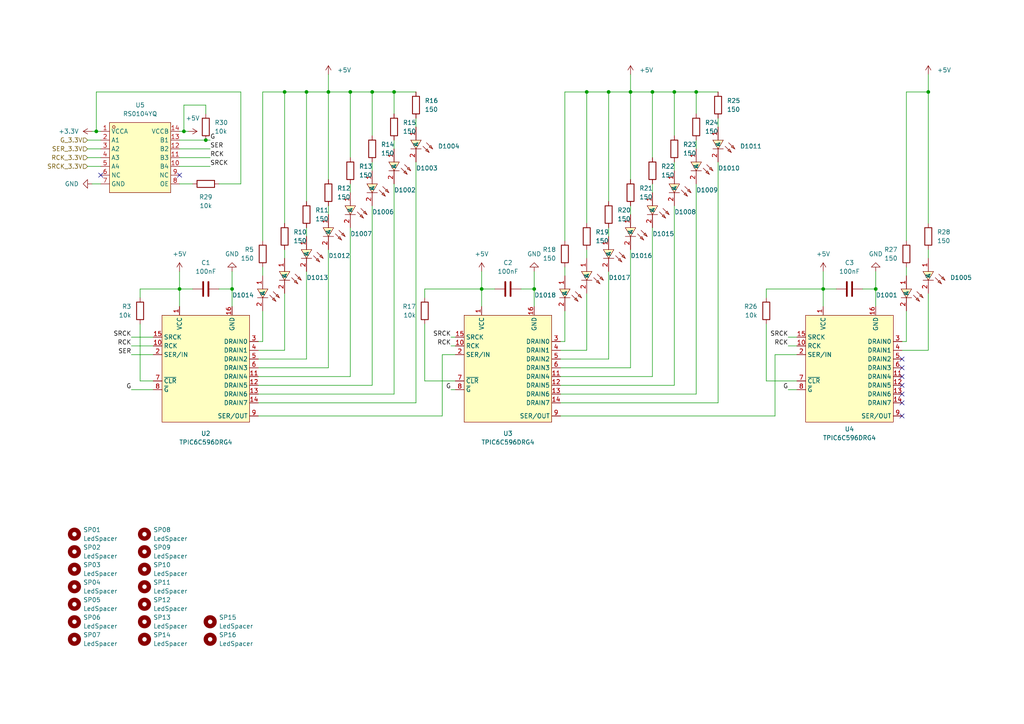
<source format=kicad_sch>
(kicad_sch (version 20211123) (generator eeschema)
  (paper "A4")
  (title_block (title "LED-Matrix") (date "2022-01-17") (rev "0.0") (company "x-tech UG"))
  (lib_symbols
    (symbol "Device:C" (pin_numbers hide) (pin_names (offset 0.254))
      (property "Reference" "C" (at 0.635 2.54 0))
      (property "Value" "C" (at 0.635 -2.54 0))
      (symbol "C_0_1"
        (polyline (pts (xy -2.032 -0.762) (xy 2.032 -0.762)) (stroke (width 0.508)))
        (polyline (pts (xy -2.032 0.762) (xy 2.032 0.762)) (stroke (width 0.508)))
      )
      (symbol "C_1_1"
        (pin passive line (at 0 3.81 270) (length 2.794) (name "~") (number "1"))
        (pin passive line (at 0 -3.81 90) (length 2.794) (name "~") (number "2"))
      )
    )
    (symbol "Device:R" (pin_numbers hide) (pin_names (offset 0))
      (property "Reference" "R" (at 2.032 0 90))
      (property "Value" "R" (at 0 0 90))
      (symbol "R_0_1"
        (rectangle (start -1.016 -2.54) (end 1.016 2.54) (stroke (width 0.254)))
      )
      (symbol "R_1_1"
        (pin passive line (at 0 3.81 270) (length 1.27) (name "~") (number "1"))
        (pin passive line (at 0 -3.81 90) (length 1.27) (name "~") (number "2"))
      )
    )
    (symbol "Mechanical:MountingHole" (pin_names (offset 1.016))
      (property "Reference" "H" (at 0 5.08 0))
      (property "Value" "MountingHole" (at 0 3.175 0))
      (symbol "MountingHole_0_1"
        (circle (center 0 0) (radius 1.27) (stroke (width 1.27)))
      )
    )
    (symbol "lcsc:204-10SURD_S530-A3-L"
      (property "Reference" "LED" (at 0 5.08 0))
      (property "Value" "204-10SURD/S530-A3-L" (at 0 -5.08 0))
      (symbol "204-10SURD_S530-A3-L_0_1"
        (polyline (pts (xy -0.51 3.05) (xy 1.27 4.83)))
        (polyline (pts (xy 0.51 2.03) (xy 2.29 3.81)))
        (polyline (pts (xy 1.27 1.52) (xy 1.27 -1.52)))
        (polyline (pts (xy -1.27 -1.52) (xy 1.27 0) (xy -1.27 1.52) (xy -1.27 -1.52)) (fill (type background)))
        (polyline (pts (xy 1.27 4.83) (xy 0.25 4.32) (xy 0.76 3.81) (xy 1.27 4.83)) (fill (type background)))
        (polyline (pts (xy 2.29 3.81) (xy 1.27 3.3) (xy 1.78 2.79) (xy 2.29 3.81)) (fill (type background)))
        (pin input line (at -5.08 0 0) (length 3.81) (name "A") (number "1"))
        (pin input line (at 5.08 0 180) (length 3.81) (name "K") (number "2"))
      )
    )
    (symbol "lcsc:RS0104YQ"
      (property "Reference" "U" (at 0 12.7 0))
      (property "Value" "RS0104YQ" (at 0 -12.7 0))
      (symbol "RS0104YQ_0_1"
        (rectangle (start -8.89 10.16) (end 8.89 -10.16) (fill (type background)))
        (circle (center -7.62 8.89) (radius 0.38))
        (pin unspecified line (at -11.43 7.62 0) (length 2.54) (name "VCCA") (number "1"))
        (pin unspecified line (at 11.43 -2.54 180) (length 2.54) (name "B4") (number "10"))
        (pin unspecified line (at 11.43 0 180) (length 2.54) (name "B3") (number "11"))
        (pin unspecified line (at 11.43 2.54 180) (length 2.54) (name "B2") (number "12"))
        (pin unspecified line (at 11.43 5.08 180) (length 2.54) (name "B1") (number "13"))
        (pin unspecified line (at 11.43 7.62 180) (length 2.54) (name "VCCB") (number "14"))
        (pin unspecified line (at -11.43 5.08 0) (length 2.54) (name "A1") (number "2"))
        (pin unspecified line (at -11.43 2.54 0) (length 2.54) (name "A2") (number "3"))
        (pin unspecified line (at -11.43 0 0) (length 2.54) (name "A3") (number "4"))
        (pin unspecified line (at -11.43 -2.54 0) (length 2.54) (name "A4") (number "5"))
        (pin unspecified line (at -11.43 -5.08 0) (length 2.54) (name "NC") (number "6"))
        (pin unspecified line (at -11.43 -7.62 0) (length 2.54) (name "GND") (number "7"))
        (pin unspecified line (at 11.43 -7.62 180) (length 2.54) (name "OE") (number "8"))
        (pin unspecified line (at 11.43 -5.08 180) (length 2.54) (name "NC") (number "9"))
      )
    )
    (symbol "lcsc:TPIC6C596DRG4"
      (property "Reference" "U" (at -1.27 16.51 0))
      (property "Value" "TPIC6C596DRG4" (at 0 -17.78 0))
      (symbol "TPIC6C596DRG4_0_1"
        (rectangle (start -12.7 15.24) (end 12.7 -15.75) (fill (type background)))
        (pin power_in line (at -7.62 17.78 270) (length 2.54) (name "VCC") (number "1"))
        (pin unspecified line (at -15.24 6.35 0) (length 2.54) (name "RCK") (number "10"))
        (pin unspecified line (at 15.24 -2.54 180) (length 2.54) (name "DRAIN4") (number "11"))
        (pin unspecified line (at 15.24 -5.08 180) (length 2.54) (name "DRAIN5") (number "12"))
        (pin unspecified line (at 15.24 -7.62 180) (length 2.54) (name "DRAIN6") (number "13"))
        (pin unspecified line (at 15.24 -10.16 180) (length 2.54) (name "DRAIN7") (number "14"))
        (pin unspecified line (at -15.24 8.89 0) (length 2.54) (name "SRCK") (number "15"))
        (pin unspecified line (at 7.62 17.78 270) (length 2.54) (name "GND") (number "16"))
        (pin unspecified line (at -15.24 3.81 0) (length 2.54) (name "SER/IN") (number "2"))
        (pin unspecified line (at 15.24 7.62 180) (length 2.54) (name "DRAIN0") (number "3"))
        (pin unspecified line (at 15.24 5.08 180) (length 2.54) (name "DRAIN1") (number "4"))
        (pin unspecified line (at 15.24 2.54 180) (length 2.54) (name "DRAIN2") (number "5"))
        (pin unspecified line (at 15.24 0 180) (length 2.54) (name "DRAIN3") (number "6"))
        (pin unspecified line (at -15.24 -3.81 0) (length 2.54) (name "~{CLR}") (number "7"))
        (pin unspecified line (at -15.24 -6.35 0) (length 2.54) (name "~{G}") (number "8"))
        (pin unspecified line (at 15.24 -13.97 180) (length 2.54) (name "SER/OUT") (number "9"))
      )
    )
    (symbol "power:+3.3V" (power) (pin_names (offset 0))
      (property "Value" "+3.3V" (at 0 3.556 0))
      (symbol "+3.3V_0_1"
        (polyline (pts (xy -0.762 1.27) (xy 0 2.54)))
        (polyline (pts (xy 0 0) (xy 0 2.54)))
        (polyline (pts (xy 0 2.54) (xy 0.762 1.27)))
      )
      (symbol "+3.3V_1_1"
        (pin power_in line (at 0 0 90) (length 0) hide (name "+3.3V") (number "1"))
      )
    )
    (symbol "power:+5V" (power) (pin_names (offset 0))
      (property "Value" "+5V" (at 0 3.556 0))
      (symbol "+5V_0_1"
        (polyline (pts (xy -0.762 1.27) (xy 0 2.54)))
        (polyline (pts (xy 0 0) (xy 0 2.54)))
        (polyline (pts (xy 0 2.54) (xy 0.762 1.27)))
      )
      (symbol "+5V_1_1"
        (pin power_in line (at 0 0 90) (length 0) hide (name "+5V") (number "1"))
      )
    )
    (symbol "power:GND" (power) (pin_names (offset 0))
      (property "Value" "GND" (at 0 -3.81 0))
      (symbol "GND_0_1"
        (polyline (pts (xy 0 0) (xy 0 -1.27) (xy 1.27 -1.27) (xy 0 -2.54) (xy -1.27 -1.27) (xy 0 -1.27)))
      )
      (symbol "GND_1_1"
        (pin power_in line (at 0 0 270) (length 0) hide (name "GND") (number "1"))
      )
    )
  )
  (junction (at 170.18 26.67))
  (junction (at 53.34 38.1))
  (junction (at 154.94 83.82))
  (junction (at 238.76 83.82))
  (junction (at 95.25 26.67))
  (junction (at 269.24 26.67))
  (junction (at 189.23 26.67))
  (junction (at 114.3 26.67))
  (junction (at 101.6 26.67))
  (junction (at 176.53 26.67))
  (junction (at 59.69 40.64))
  (junction (at 201.93 26.67))
  (junction (at 182.88 26.67))
  (junction (at 82.55 26.67))
  (junction (at 139.7 83.82))
  (junction (at 88.9 26.67))
  (junction (at 27.94 38.1))
  (junction (at 195.58 26.67))
  (junction (at 67.31 83.82))
  (junction (at 254 83.82))
  (junction (at 52.07 83.82))
  (junction (at 107.95 26.67))
  (no_connect (at 261.62 106.68))
  (no_connect (at 29.21 50.8))
  (no_connect (at 261.62 114.3))
  (no_connect (at 261.62 109.22))
  (no_connect (at 52.07 50.8))
  (no_connect (at 261.62 120.65))
  (no_connect (at 261.62 104.14))
  (no_connect (at 261.62 116.84))
  (no_connect (at 261.62 111.76))
  (wire (pts (xy 262.89 90.17) (xy 262.89 99.06)))
  (wire (pts (xy 82.55 26.67) (xy 76.2 26.67)))
  (wire (pts (xy 107.95 26.67) (xy 107.95 39.37)))
  (wire (pts (xy 54.61 38.1) (xy 53.34 38.1)))
  (wire (pts (xy 38.1 113.03) (xy 44.45 113.03)))
  (wire (pts (xy 170.18 26.67) (xy 170.18 64.77)))
  (wire (pts (xy 88.9 26.67) (xy 88.9 58.42)))
  (wire (pts (xy 67.31 83.82) (xy 67.31 88.9)))
  (wire (pts (xy 95.25 21.59) (xy 95.25 26.67)))
  (wire (pts (xy 59.69 30.48) (xy 59.69 33.02)))
  (wire (pts (xy 82.55 101.6) (xy 74.93 101.6)))
  (wire (pts (xy 107.95 59.69) (xy 107.95 111.76)))
  (wire (pts (xy 176.53 26.67) (xy 170.18 26.67)))
  (wire (pts (xy 151.13 83.82) (xy 154.94 83.82)))
  (wire (pts (xy 27.94 38.1) (xy 29.21 38.1)))
  (wire (pts (xy 222.25 110.49) (xy 222.25 93.98)))
  (wire (pts (xy 222.25 110.49) (xy 231.14 110.49)))
  (wire (pts (xy 52.07 48.26) (xy 60.96 48.26)))
  (wire (pts (xy 26.67 53.34) (xy 29.21 53.34)))
  (wire (pts (xy 222.25 86.36) (xy 222.25 83.82)))
  (wire (pts (xy 163.83 99.06) (xy 162.56 99.06)))
  (wire (pts (xy 208.28 26.67) (xy 201.93 26.67)))
  (wire (pts (xy 139.7 83.82) (xy 143.51 83.82)))
  (wire (pts (xy 222.25 83.82) (xy 238.76 83.82)))
  (wire (pts (xy 123.19 83.82) (xy 139.7 83.82)))
  (wire (pts (xy 201.93 26.67) (xy 201.93 33.02)))
  (wire (pts (xy 170.18 85.09) (xy 170.18 101.6)))
  (wire (pts (xy 26.67 38.1) (xy 27.94 38.1)))
  (wire (pts (xy 107.95 26.67) (xy 101.6 26.67)))
  (wire (pts (xy 76.2 90.17) (xy 76.2 99.06)))
  (wire (pts (xy 262.89 26.67) (xy 262.89 69.85)))
  (wire (pts (xy 269.24 21.59) (xy 269.24 26.67)))
  (wire (pts (xy 182.88 26.67) (xy 176.53 26.67)))
  (wire (pts (xy 162.56 120.65) (xy 224.79 120.65)))
  (wire (pts (xy 76.2 26.67) (xy 76.2 69.85)))
  (wire (pts (xy 130.81 113.03) (xy 132.08 113.03)))
  (wire (pts (xy 182.88 72.39) (xy 182.88 106.68)))
  (wire (pts (xy 238.76 78.74) (xy 238.76 83.82)))
  (wire (pts (xy 189.23 66.04) (xy 189.23 109.22)))
  (wire (pts (xy 238.76 83.82) (xy 238.76 88.9)))
  (wire (pts (xy 130.81 97.79) (xy 132.08 97.79)))
  (wire (pts (xy 52.07 45.72) (xy 60.96 45.72)))
  (wire (pts (xy 69.85 53.34) (xy 69.85 26.67)))
  (wire (pts (xy 154.94 83.82) (xy 154.94 88.9)))
  (wire (pts (xy 224.79 120.65) (xy 224.79 102.87)))
  (wire (pts (xy 114.3 53.34) (xy 114.3 114.3)))
  (wire (pts (xy 120.65 26.67) (xy 114.3 26.67)))
  (wire (pts (xy 88.9 78.74) (xy 88.9 104.14)))
  (wire (pts (xy 208.28 46.99) (xy 208.28 116.84)))
  (wire (pts (xy 88.9 26.67) (xy 82.55 26.67)))
  (wire (pts (xy 88.9 104.14) (xy 74.93 104.14)))
  (wire (pts (xy 195.58 46.99) (xy 195.58 49.53)))
  (wire (pts (xy 52.07 83.82) (xy 55.88 83.82)))
  (wire (pts (xy 123.19 86.36) (xy 123.19 83.82)))
  (wire (pts (xy 195.58 111.76) (xy 162.56 111.76)))
  (wire (pts (xy 74.93 120.65) (xy 128.27 120.65)))
  (wire (pts (xy 201.93 40.64) (xy 201.93 43.18)))
  (wire (pts (xy 69.85 26.67) (xy 27.94 26.67)))
  (wire (pts (xy 139.7 83.82) (xy 139.7 88.9)))
  (wire (pts (xy 182.88 59.69) (xy 182.88 62.23)))
  (wire (pts (xy 38.1 100.33) (xy 44.45 100.33)))
  (wire (pts (xy 120.65 34.29) (xy 120.65 36.83)))
  (wire (pts (xy 269.24 101.6) (xy 261.62 101.6)))
  (wire (pts (xy 189.23 109.22) (xy 162.56 109.22)))
  (wire (pts (xy 25.4 48.26) (xy 29.21 48.26)))
  (wire (pts (xy 25.4 43.18) (xy 29.21 43.18)))
  (wire (pts (xy 176.53 104.14) (xy 162.56 104.14)))
  (wire (pts (xy 76.2 77.47) (xy 76.2 80.01)))
  (wire (pts (xy 107.95 111.76) (xy 74.93 111.76)))
  (wire (pts (xy 95.25 26.67) (xy 88.9 26.67)))
  (wire (pts (xy 101.6 53.34) (xy 101.6 55.88)))
  (wire (pts (xy 224.79 102.87) (xy 231.14 102.87)))
  (wire (pts (xy 59.69 40.64) (xy 60.96 40.64)))
  (wire (pts (xy 163.83 90.17) (xy 163.83 99.06)))
  (wire (pts (xy 123.19 110.49) (xy 123.19 93.98)))
  (wire (pts (xy 40.64 110.49) (xy 44.45 110.49)))
  (wire (pts (xy 101.6 26.67) (xy 95.25 26.67)))
  (wire (pts (xy 176.53 66.04) (xy 176.53 68.58)))
  (wire (pts (xy 189.23 26.67) (xy 182.88 26.67)))
  (wire (pts (xy 163.83 77.47) (xy 163.83 80.01)))
  (wire (pts (xy 189.23 53.34) (xy 189.23 55.88)))
  (wire (pts (xy 120.65 116.84) (xy 74.93 116.84)))
  (wire (pts (xy 170.18 101.6) (xy 162.56 101.6)))
  (wire (pts (xy 95.25 26.67) (xy 95.25 52.07)))
  (wire (pts (xy 208.28 34.29) (xy 208.28 36.83)))
  (wire (pts (xy 107.95 46.99) (xy 107.95 49.53)))
  (wire (pts (xy 114.3 26.67) (xy 114.3 33.02)))
  (wire (pts (xy 101.6 109.22) (xy 74.93 109.22)))
  (wire (pts (xy 228.6 100.33) (xy 231.14 100.33)))
  (wire (pts (xy 208.28 116.84) (xy 162.56 116.84)))
  (wire (pts (xy 76.2 99.06) (xy 74.93 99.06)))
  (wire (pts (xy 254 83.82) (xy 254 88.9)))
  (wire (pts (xy 53.34 30.48) (xy 53.34 38.1)))
  (wire (pts (xy 201.93 53.34) (xy 201.93 114.3)))
  (wire (pts (xy 27.94 26.67) (xy 27.94 38.1)))
  (wire (pts (xy 262.89 77.47) (xy 262.89 80.01)))
  (wire (pts (xy 238.76 83.82) (xy 242.57 83.82)))
  (wire (pts (xy 114.3 40.64) (xy 114.3 43.18)))
  (wire (pts (xy 52.07 40.64) (xy 59.69 40.64)))
  (wire (pts (xy 95.25 59.69) (xy 95.25 62.23)))
  (wire (pts (xy 114.3 114.3) (xy 74.93 114.3)))
  (wire (pts (xy 114.3 26.67) (xy 107.95 26.67)))
  (wire (pts (xy 170.18 26.67) (xy 163.83 26.67)))
  (wire (pts (xy 52.07 78.74) (xy 52.07 83.82)))
  (wire (pts (xy 52.07 83.82) (xy 52.07 88.9)))
  (wire (pts (xy 176.53 26.67) (xy 176.53 58.42)))
  (wire (pts (xy 95.25 72.39) (xy 95.25 106.68)))
  (wire (pts (xy 95.25 106.68) (xy 74.93 106.68)))
  (wire (pts (xy 40.64 83.82) (xy 52.07 83.82)))
  (wire (pts (xy 139.7 78.74) (xy 139.7 83.82)))
  (wire (pts (xy 269.24 85.09) (xy 269.24 101.6)))
  (wire (pts (xy 52.07 53.34) (xy 55.88 53.34)))
  (wire (pts (xy 195.58 26.67) (xy 195.58 39.37)))
  (wire (pts (xy 269.24 26.67) (xy 269.24 64.77)))
  (wire (pts (xy 40.64 110.49) (xy 40.64 93.98)))
  (wire (pts (xy 163.83 26.67) (xy 163.83 69.85)))
  (wire (pts (xy 59.69 30.48) (xy 53.34 30.48)))
  (wire (pts (xy 67.31 78.74) (xy 67.31 83.82)))
  (wire (pts (xy 25.4 45.72) (xy 29.21 45.72)))
  (wire (pts (xy 201.93 26.67) (xy 195.58 26.67)))
  (wire (pts (xy 82.55 85.09) (xy 82.55 101.6)))
  (wire (pts (xy 128.27 102.87) (xy 128.27 120.65)))
  (wire (pts (xy 195.58 59.69) (xy 195.58 111.76)))
  (wire (pts (xy 25.4 40.64) (xy 29.21 40.64)))
  (wire (pts (xy 228.6 113.03) (xy 231.14 113.03)))
  (wire (pts (xy 182.88 26.67) (xy 182.88 52.07)))
  (wire (pts (xy 82.55 26.67) (xy 82.55 64.77)))
  (wire (pts (xy 40.64 86.36) (xy 40.64 83.82)))
  (wire (pts (xy 154.94 78.74) (xy 154.94 83.82)))
  (wire (pts (xy 182.88 106.68) (xy 162.56 106.68)))
  (wire (pts (xy 269.24 26.67) (xy 262.89 26.67)))
  (wire (pts (xy 176.53 78.74) (xy 176.53 104.14)))
  (wire (pts (xy 38.1 97.79) (xy 44.45 97.79)))
  (wire (pts (xy 262.89 99.06) (xy 261.62 99.06)))
  (wire (pts (xy 53.34 38.1) (xy 52.07 38.1)))
  (wire (pts (xy 123.19 110.49) (xy 132.08 110.49)))
  (wire (pts (xy 201.93 114.3) (xy 162.56 114.3)))
  (wire (pts (xy 189.23 26.67) (xy 189.23 45.72)))
  (wire (pts (xy 128.27 102.87) (xy 132.08 102.87)))
  (wire (pts (xy 250.19 83.82) (xy 254 83.82)))
  (wire (pts (xy 101.6 26.67) (xy 101.6 45.72)))
  (wire (pts (xy 88.9 66.04) (xy 88.9 68.58)))
  (wire (pts (xy 63.5 53.34) (xy 69.85 53.34)))
  (wire (pts (xy 254 78.74) (xy 254 83.82)))
  (wire (pts (xy 38.1 102.87) (xy 44.45 102.87)))
  (wire (pts (xy 120.65 46.99) (xy 120.65 116.84)))
  (wire (pts (xy 52.07 43.18) (xy 60.96 43.18)))
  (wire (pts (xy 101.6 66.04) (xy 101.6 109.22)))
  (wire (pts (xy 228.6 97.79) (xy 231.14 97.79)))
  (wire (pts (xy 82.55 72.39) (xy 82.55 74.93)))
  (wire (pts (xy 269.24 72.39) (xy 269.24 74.93)))
  (wire (pts (xy 182.88 21.59) (xy 182.88 26.67)))
  (wire (pts (xy 130.81 100.33) (xy 132.08 100.33)))
  (wire (pts (xy 195.58 26.67) (xy 189.23 26.67)))
  (wire (pts (xy 170.18 72.39) (xy 170.18 74.93)))
  (wire (pts (xy 63.5 83.82) (xy 67.31 83.82)))
  (label "SER" (at 38.1 102.87 180))
  (label "G" (at 38.1 113.03 180))
  (label "G" (at 130.81 113.03 180))
  (label "RCK" (at 130.81 100.33 180))
  (label "RCK" (at 228.6 100.33 180))
  (label "SRCK" (at 228.6 97.79 180))
  (label "SRCK" (at 130.81 97.79 180))
  (label "RCK" (at 38.1 100.33 180))
  (label "G" (at 60.96 40.64 0))
  (label "G" (at 228.6 113.03 180))
  (label "SRCK" (at 60.96 48.26 0))
  (label "RCK" (at 60.96 45.72 0))
  (label "SRCK" (at 38.1 97.79 180))
  (label "SER" (at 60.96 43.18 0))
  (hierarchical_label "SER_3.3V" (shape input) (at 25.4 43.18 180))
  (hierarchical_label "SRCK_3.3V" (shape input) (at 25.4 48.26 180))
  (hierarchical_label "G_3.3V" (shape input) (at 25.4 40.64 180))
  (hierarchical_label "RCK_3.3V" (shape input) (at 25.4 45.72 180))
  (symbol (lib_id "Device:R") (at 262.89 73.66 0) (unit 1)
    (property "Reference" "R27" (at 260.35 72.3899 0) (effects (justify right)))
    (property "Value" "150" (at 260.35 74.9299 0) (effects (justify right)))
    (property "Footprint" "Resistor_SMD:R_0805_2012Metric_Pad1.20x1.40mm_HandSolder" (effects hide))
    (property "LCSC Part" "C17471" (effects hide))
  )
  (symbol (lib_id "Device:R") (at 163.83 73.66 0) (unit 1)
    (property "Reference" "R18" (at 161.29 72.3899 0) (effects (justify right)))
    (property "Value" "150" (at 161.29 74.9299 0) (effects (justify right)))
    (property "Footprint" "Resistor_SMD:R_0805_2012Metric_Pad1.20x1.40mm_HandSolder" (effects hide))
    (property "LCSC Part" "C17471" (effects hide))
  )
  (symbol (lib_id "Mechanical:MountingHole") (at 21.59 154.94 0) (unit 1)
    (property "Reference" "SP01" (at 24.13 153.6699 0) (effects (justify left)))
    (property "Value" "LedSpacer" (at 24.13 156.2099 0) (effects (justify left)))
    (property "Footprint" "lcsc:LED_SPACER_3mm" (effects hide))
    (property "LCSC Part" "C92325" (effects hide))
  )
  (symbol (lib_id "Device:R") (at 269.24 68.58 0) (unit 1)
    (property "Reference" "R28" (at 271.78 67.3099 0) (effects (justify left)))
    (property "Value" "150" (at 271.78 69.8499 0) (effects (justify left)))
    (property "Footprint" "Resistor_SMD:R_0805_2012Metric_Pad1.20x1.40mm_HandSolder" (effects hide))
    (property "LCSC Part" "C17471" (effects hide))
  )
  (symbol (lib_id "Device:R") (at 59.69 53.34 90) (unit 1)
    (property "Reference" "R29" (at 59.69 57.15 90))
    (property "Value" "10k" (at 59.69 59.69 90))
    (property "Footprint" "Resistor_SMD:R_0805_2012Metric_Pad1.20x1.40mm_HandSolder" (effects hide))
    (property "LCSC Part" "C17414" (effects hide))
  )
  (symbol (lib_id "lcsc:204-10SURD_S530-A3-L") (at 201.93 48.26 270) (unit 1)
    (property "Reference" "D1010" (at 208.28 48.7699 90) (effects (justify left)))
    (property "Value" "20mA 2V, Red" (effects hide))
    (property "Footprint" "lcsc:LED-TH_BD3.0-P2.54-FD" (effects hide))
    (property "Datasheet" "https://lcsc.com/product-detail/Light-Emitting-Diodes-LED_red_C99771.html" (effects hide))
    (property "Manufacturer" "EVERLIGHT(亿光)" (effects hide))
    (property "LCSC Part" "C99771" (effects hide))
    (property "JLC Part" "Extended Part" (effects hide))
  )
  (symbol (lib_id "Mechanical:MountingHole") (at 21.59 160.02 0) (unit 1)
    (property "Reference" "SP02" (at 24.13 158.7499 0) (effects (justify left)))
    (property "Value" "LedSpacer" (at 24.13 161.2899 0) (effects (justify left)))
    (property "Footprint" "lcsc:LED_SPACER_3mm" (effects hide))
    (property "LCSC Part" "C92325" (effects hide))
  )
  (symbol (lib_id "lcsc:TPIC6C596DRG4") (at 59.69 106.68 0) (unit 1)
    (property "Reference" "U2" (at 59.69 125.73 0))
    (property "Value" "TPIC6C596DRG4" (at 59.69 128.27 0))
    (property "Footprint" "lcsc:SOIC-16_L10.8-W4.5-P1.27-LS6.8-BL" (effects hide))
    (property "Datasheet" "https://lcsc.com/product-detail/Logic-ICs_TI_TPIC6C596DRG4_TPIC6C596DRG4_C130213.html" (effects hide))
    (property "Manufacturer" "TI(德州仪器)" (effects hide))
    (property "LCSC Part" "C130213" (effects hide))
    (property "JLC Part" "Extended Part" (effects hide))
  )
  (symbol (lib_id "Mechanical:MountingHole") (at 21.59 185.42 0) (unit 1)
    (property "Reference" "SP07" (at 24.13 184.1499 0) (effects (justify left)))
    (property "Value" "LedSpacer" (at 24.13 186.6899 0) (effects (justify left)))
    (property "Footprint" "lcsc:LED_SPACER_3mm" (effects hide))
    (property "LCSC Part" "C92325" (effects hide))
  )
  (symbol (lib_id "lcsc:204-10SURD_S530-A3-L") (at 114.3 48.26 270) (unit 1)
    (property "Reference" "D1003" (at 120.65 48.7699 90) (effects (justify left)))
    (property "Value" "20mA 2V, Red" (effects hide))
    (property "Footprint" "lcsc:LED-TH_BD3.0-P2.54-FD" (effects hide))
    (property "Datasheet" "https://lcsc.com/product-detail/Light-Emitting-Diodes-LED_red_C99771.html" (effects hide))
    (property "Manufacturer" "EVERLIGHT(亿光)" (effects hide))
    (property "LCSC Part" "C99771" (effects hide))
    (property "JLC Part" "Extended Part" (effects hide))
  )
  (symbol (lib_id "Device:R") (at 123.19 90.17 0) (unit 1)
    (property "Reference" "R17" (at 120.65 88.8999 0) (effects (justify right)))
    (property "Value" "10k" (at 120.65 91.4399 0) (effects (justify right)))
    (property "Footprint" "Resistor_SMD:R_0805_2012Metric_Pad1.20x1.40mm_HandSolder" (effects hide))
    (property "LCSC Part" "C17414" (effects hide))
  )
  (symbol (lib_id "Mechanical:MountingHole") (at 21.59 175.26 0) (unit 1)
    (property "Reference" "SP05" (at 24.13 173.9899 0) (effects (justify left)))
    (property "Value" "LedSpacer" (at 24.13 176.5299 0) (effects (justify left)))
    (property "Footprint" "lcsc:LED_SPACER_3mm" (effects hide))
    (property "LCSC Part" "C92325" (effects hide))
  )
  (symbol (lib_id "Mechanical:MountingHole") (at 41.91 160.02 0) (unit 1)
    (property "Reference" "SP09" (at 44.45 158.7499 0) (effects (justify left)))
    (property "Value" "LedSpacer" (at 44.45 161.2899 0) (effects (justify left)))
    (property "Footprint" "lcsc:LED_SPACER_3mm" (effects hide))
    (property "LCSC Part" "C92325" (effects hide))
  )
  (symbol (lib_id "power:GND") (at 26.67 53.34 270) (mirror x) (unit 1)
    (property "Reference" "#PWR03" (effects hide))
    (property "Value" "GND" (at 22.86 53.3399 90) (effects (justify right)))
  )
  (symbol (lib_id "Mechanical:MountingHole") (at 41.91 180.34 0) (unit 1)
    (property "Reference" "SP13" (at 44.45 179.0699 0) (effects (justify left)))
    (property "Value" "LedSpacer" (at 44.45 181.6099 0) (effects (justify left)))
    (property "Footprint" "lcsc:LED_SPACER_3mm" (effects hide))
    (property "LCSC Part" "C92325" (effects hide))
  )
  (symbol (lib_id "Mechanical:MountingHole") (at 41.91 170.18 0) (unit 1)
    (property "Reference" "SP11" (at 44.45 168.9099 0) (effects (justify left)))
    (property "Value" "LedSpacer" (at 44.45 171.4499 0) (effects (justify left)))
    (property "Footprint" "lcsc:LED_SPACER_3mm" (effects hide))
    (property "LCSC Part" "C92325" (effects hide))
  )
  (symbol (lib_id "power:+3.3V") (at 26.67 38.1 90) (unit 1)
    (property "Reference" "#PWR02" (effects hide))
    (property "Value" "+3.3V" (at 22.86 38.0999 90) (effects (justify left)))
  )
  (symbol (lib_id "Mechanical:MountingHole") (at 41.91 165.1 0) (unit 1)
    (property "Reference" "SP10" (at 44.45 163.8299 0) (effects (justify left)))
    (property "Value" "LedSpacer" (at 44.45 166.3699 0) (effects (justify left)))
    (property "Footprint" "lcsc:LED_SPACER_3mm" (effects hide))
    (property "LCSC Part" "C92325" (effects hide))
  )
  (symbol (lib_id "lcsc:204-10SURD_S530-A3-L") (at 101.6 60.96 270) (unit 1)
    (property "Reference" "D1006" (at 107.95 61.4699 90) (effects (justify left)))
    (property "Value" "20mA 2V, Red" (effects hide))
    (property "Footprint" "lcsc:LED-TH_BD3.0-P2.54-FD" (effects hide))
    (property "Datasheet" "https://lcsc.com/product-detail/Light-Emitting-Diodes-LED_red_C99771.html" (effects hide))
    (property "Manufacturer" "EVERLIGHT(亿光)" (effects hide))
    (property "LCSC Part" "C99771" (effects hide))
    (property "JLC Part" "Extended Part" (effects hide))
  )
  (symbol (lib_id "Device:C") (at 59.69 83.82 90) (unit 1)
    (property "Reference" "C1" (at 59.69 76.2 90))
    (property "Value" "100nF" (at 59.69 78.74 90))
    (property "Footprint" "Capacitor_SMD:C_0805_2012Metric_Pad1.18x1.45mm_HandSolder" (effects hide))
    (property "LCSC Part" "C49678" (effects hide))
  )
  (symbol (lib_id "Device:R") (at 195.58 43.18 0) (unit 1)
    (property "Reference" "R23" (at 198.12 41.9099 0) (effects (justify left)))
    (property "Value" "150" (at 198.12 44.4499 0) (effects (justify left)))
    (property "Footprint" "Resistor_SMD:R_0805_2012Metric_Pad1.20x1.40mm_HandSolder" (effects hide))
    (property "LCSC Part" "C17471" (effects hide))
  )
  (symbol (lib_id "Device:R") (at 107.95 43.18 0) (unit 1)
    (property "Reference" "R14" (at 110.49 41.9099 0) (effects (justify left)))
    (property "Value" "150" (at 110.49 44.4499 0) (effects (justify left)))
    (property "Footprint" "Resistor_SMD:R_0805_2012Metric_Pad1.20x1.40mm_HandSolder" (effects hide))
    (property "LCSC Part" "C17471" (effects hide))
  )
  (symbol (lib_id "Device:R") (at 222.25 90.17 0) (unit 1)
    (property "Reference" "R26" (at 219.71 88.8999 0) (effects (justify right)))
    (property "Value" "10k" (at 219.71 91.4399 0) (effects (justify right)))
    (property "Footprint" "Resistor_SMD:R_0805_2012Metric_Pad1.20x1.40mm_HandSolder" (effects hide))
    (property "LCSC Part" "C17414" (effects hide))
  )
  (symbol (lib_id "Device:C") (at 246.38 83.82 90) (unit 1)
    (property "Reference" "C3" (at 246.38 76.2 90))
    (property "Value" "100nF" (at 246.38 78.74 90))
    (property "Footprint" "Capacitor_SMD:C_0805_2012Metric_Pad1.18x1.45mm_HandSolder" (effects hide))
    (property "LCSC Part" "C49678" (effects hide))
  )
  (symbol (lib_id "Device:R") (at 189.23 49.53 0) (unit 1)
    (property "Reference" "R22" (at 191.77 48.2599 0) (effects (justify left)))
    (property "Value" "150" (at 191.77 50.7999 0) (effects (justify left)))
    (property "Footprint" "Resistor_SMD:R_0805_2012Metric_Pad1.20x1.40mm_HandSolder" (effects hide))
    (property "LCSC Part" "C17471" (effects hide))
  )
  (symbol (lib_id "Device:R") (at 208.28 30.48 0) (unit 1)
    (property "Reference" "R25" (at 210.82 29.2099 0) (effects (justify left)))
    (property "Value" "150" (at 210.82 31.7499 0) (effects (justify left)))
    (property "Footprint" "Resistor_SMD:R_0805_2012Metric_Pad1.20x1.40mm_HandSolder" (effects hide))
    (property "LCSC Part" "C17471" (effects hide))
  )
  (symbol (lib_id "Device:R") (at 114.3 36.83 0) (unit 1)
    (property "Reference" "R15" (at 116.84 35.5599 0) (effects (justify left)))
    (property "Value" "150" (at 116.84 38.0999 0) (effects (justify left)))
    (property "Footprint" "Resistor_SMD:R_0805_2012Metric_Pad1.20x1.40mm_HandSolder" (effects hide))
    (property "LCSC Part" "C17471" (effects hide))
  )
  (symbol (lib_id "lcsc:204-10SURD_S530-A3-L") (at 88.9 73.66 270) (unit 1)
    (property "Reference" "D1012" (at 95.25 74.1699 90) (effects (justify left)))
    (property "Value" "20mA 2V, Red" (effects hide))
    (property "Footprint" "lcsc:LED-TH_BD3.0-P2.54-FD" (effects hide))
    (property "Datasheet" "https://lcsc.com/product-detail/Light-Emitting-Diodes-LED_red_C99771.html" (effects hide))
    (property "Manufacturer" "EVERLIGHT(亿光)" (effects hide))
    (property "LCSC Part" "C99771" (effects hide))
    (property "JLC Part" "Extended Part" (effects hide))
  )
  (symbol (lib_id "Device:R") (at 101.6 49.53 0) (unit 1)
    (property "Reference" "R13" (at 104.14 48.2599 0) (effects (justify left)))
    (property "Value" "150" (at 104.14 50.7999 0) (effects (justify left)))
    (property "Footprint" "Resistor_SMD:R_0805_2012Metric_Pad1.20x1.40mm_HandSolder" (effects hide))
    (property "LCSC Part" "C17471" (effects hide))
  )
  (symbol (lib_id "lcsc:204-10SURD_S530-A3-L") (at 170.18 80.01 270) (unit 1)
    (property "Reference" "D1017" (at 176.53 80.5199 90) (effects (justify left)))
    (property "Value" "20mA 2V, Red" (effects hide))
    (property "Footprint" "lcsc:LED-TH_BD3.0-P2.54-FD" (effects hide))
    (property "Datasheet" "https://lcsc.com/product-detail/Light-Emitting-Diodes-LED_red_C99771.html" (effects hide))
    (property "Manufacturer" "EVERLIGHT(亿光)" (effects hide))
    (property "LCSC Part" "C99771" (effects hide))
    (property "JLC Part" "Extended Part" (effects hide))
  )
  (symbol (lib_id "Mechanical:MountingHole") (at 60.96 180.34 0) (unit 1)
    (property "Reference" "SP15" (at 63.5 179.0699 0) (effects (justify left)))
    (property "Value" "LedSpacer" (at 63.5 181.6099 0) (effects (justify left)))
    (property "Footprint" "lcsc:LED_SPACER_3mm" (effects hide))
    (property "LCSC Part" "C92325" (effects hide))
  )
  (symbol (lib_id "lcsc:204-10SURD_S530-A3-L") (at 176.53 73.66 270) (unit 1)
    (property "Reference" "D1016" (at 182.88 74.1699 90) (effects (justify left)))
    (property "Value" "20mA 2V, Red" (effects hide))
    (property "Footprint" "lcsc:LED-TH_BD3.0-P2.54-FD" (effects hide))
    (property "Datasheet" "https://lcsc.com/product-detail/Light-Emitting-Diodes-LED_red_C99771.html" (effects hide))
    (property "Manufacturer" "EVERLIGHT(亿光)" (effects hide))
    (property "LCSC Part" "C99771" (effects hide))
    (property "JLC Part" "Extended Part" (effects hide))
  )
  (symbol (lib_id "Device:R") (at 176.53 62.23 0) (unit 1)
    (property "Reference" "R20" (at 179.07 60.9599 0) (effects (justify left)))
    (property "Value" "150" (at 179.07 63.4999 0) (effects (justify left)))
    (property "Footprint" "Resistor_SMD:R_0805_2012Metric_Pad1.20x1.40mm_HandSolder" (effects hide))
    (property "LCSC Part" "C17471" (effects hide))
  )
  (symbol (lib_id "power:+5V") (at 95.25 21.59 0) (unit 1)
    (property "Reference" "#PWR0114" (effects hide))
    (property "Value" "+5V" (at 97.79 20.3199 0) (effects (justify left)))
  )
  (symbol (lib_id "power:+5V") (at 139.7 78.74 0) (unit 1)
    (property "Reference" "#PWR0106" (effects hide))
    (property "Value" "+5V" (at 139.7 73.66 0))
  )
  (symbol (lib_id "lcsc:204-10SURD_S530-A3-L") (at 95.25 67.31 270) (unit 1)
    (property "Reference" "D1007" (at 101.6 67.8199 90) (effects (justify left)))
    (property "Value" "20mA 2V, Red" (effects hide))
    (property "Footprint" "lcsc:LED-TH_BD3.0-P2.54-FD" (effects hide))
    (property "Datasheet" "https://lcsc.com/product-detail/Light-Emitting-Diodes-LED_red_C99771.html" (effects hide))
    (property "Manufacturer" "EVERLIGHT(亿光)" (effects hide))
    (property "LCSC Part" "C99771" (effects hide))
    (property "JLC Part" "Extended Part" (effects hide))
  )
  (symbol (lib_id "power:GND") (at 67.31 78.74 0) (mirror x) (unit 1)
    (property "Reference" "#PWR0102" (effects hide))
    (property "Value" "GND" (at 67.31 73.66 0))
  )
  (symbol (lib_id "lcsc:204-10SURD_S530-A3-L") (at 76.2 85.09 270) (unit 1)
    (property "Reference" "D1014" (at 73.66 85.5999 90) (effects (justify right)))
    (property "Value" "20mA 2V, Red" (effects hide))
    (property "Footprint" "lcsc:LED-TH_BD3.0-P2.54-FD" (effects hide))
    (property "Datasheet" "https://lcsc.com/product-detail/Light-Emitting-Diodes-LED_red_C99771.html" (effects hide))
    (property "Manufacturer" "EVERLIGHT(亿光)" (effects hide))
    (property "LCSC Part" "C99771" (effects hide))
    (property "JLC Part" "Extended Part" (effects hide))
  )
  (symbol (lib_id "power:+5V") (at 269.24 21.59 0) (unit 1)
    (property "Reference" "#PWR0112" (effects hide))
    (property "Value" "+5V" (at 271.78 20.3199 0) (effects (justify left)))
  )
  (symbol (lib_id "Mechanical:MountingHole") (at 60.96 185.42 0) (unit 1)
    (property "Reference" "SP16" (at 63.5 184.1499 0) (effects (justify left)))
    (property "Value" "LedSpacer" (at 63.5 186.6899 0) (effects (justify left)))
    (property "Footprint" "lcsc:LED_SPACER_3mm" (effects hide))
    (property "LCSC Part" "C92325" (effects hide))
  )
  (symbol (lib_id "lcsc:204-10SURD_S530-A3-L") (at 120.65 41.91 270) (unit 1)
    (property "Reference" "D1004" (at 127 42.4199 90) (effects (justify left)))
    (property "Value" "20mA 2V, Red" (effects hide))
    (property "Footprint" "lcsc:LED-TH_BD3.0-P2.54-FD" (effects hide))
    (property "Datasheet" "https://lcsc.com/product-detail/Light-Emitting-Diodes-LED_red_C99771.html" (effects hide))
    (property "Manufacturer" "EVERLIGHT(亿光)" (effects hide))
    (property "LCSC Part" "C99771" (effects hide))
    (property "JLC Part" "Extended Part" (effects hide))
  )
  (symbol (lib_id "lcsc:204-10SURD_S530-A3-L") (at 82.55 80.01 270) (unit 1)
    (property "Reference" "D1013" (at 88.9 80.5199 90) (effects (justify left)))
    (property "Value" "20mA 2V, Red" (effects hide))
    (property "Footprint" "lcsc:LED-TH_BD3.0-P2.54-FD" (effects hide))
    (property "Datasheet" "https://lcsc.com/product-detail/Light-Emitting-Diodes-LED_red_C99771.html" (effects hide))
    (property "Manufacturer" "EVERLIGHT(亿光)" (effects hide))
    (property "LCSC Part" "C99771" (effects hide))
    (property "JLC Part" "Extended Part" (effects hide))
  )
  (symbol (lib_id "Device:R") (at 95.25 55.88 0) (unit 1)
    (property "Reference" "R12" (at 97.79 54.6099 0) (effects (justify left)))
    (property "Value" "150" (at 97.79 57.1499 0) (effects (justify left)))
    (property "Footprint" "Resistor_SMD:R_0805_2012Metric_Pad1.20x1.40mm_HandSolder" (effects hide))
    (property "LCSC Part" "C17471" (effects hide))
  )
  (symbol (lib_id "Mechanical:MountingHole") (at 41.91 175.26 0) (unit 1)
    (property "Reference" "SP12" (at 44.45 173.9899 0) (effects (justify left)))
    (property "Value" "LedSpacer" (at 44.45 176.5299 0) (effects (justify left)))
    (property "Footprint" "lcsc:LED_SPACER_3mm" (effects hide))
    (property "LCSC Part" "C92325" (effects hide))
  )
  (symbol (lib_id "Device:R") (at 120.65 30.48 0) (unit 1)
    (property "Reference" "R16" (at 123.19 29.2099 0) (effects (justify left)))
    (property "Value" "150" (at 123.19 31.7499 0) (effects (justify left)))
    (property "Footprint" "Resistor_SMD:R_0805_2012Metric_Pad1.20x1.40mm_HandSolder" (effects hide))
    (property "LCSC Part" "C17471" (effects hide))
  )
  (symbol (lib_id "lcsc:204-10SURD_S530-A3-L") (at 269.24 80.01 270) (unit 1)
    (property "Reference" "D1005" (at 275.59 80.5199 90) (effects (justify left)))
    (property "Value" "20mA 2V, Red" (effects hide))
    (property "Footprint" "lcsc:LED-TH_BD3.0-P2.54-FD" (effects hide))
    (property "Datasheet" "https://lcsc.com/product-detail/Light-Emitting-Diodes-LED_red_C99771.html" (effects hide))
    (property "Manufacturer" "EVERLIGHT(亿光)" (effects hide))
    (property "LCSC Part" "C99771" (effects hide))
    (property "JLC Part" "Extended Part" (effects hide))
  )
  (symbol (lib_id "lcsc:TPIC6C596DRG4") (at 246.38 106.68 0) (unit 1)
    (property "Reference" "U4" (at 246.38 124.46 0))
    (property "Value" "TPIC6C596DRG4" (at 246.38 127 0))
    (property "Footprint" "lcsc:SOIC-16_L10.8-W4.5-P1.27-LS6.8-BL" (effects hide))
    (property "Datasheet" "https://lcsc.com/product-detail/Logic-ICs_TI_TPIC6C596DRG4_TPIC6C596DRG4_C130213.html" (effects hide))
    (property "Manufacturer" "TI(德州仪器)" (effects hide))
    (property "LCSC Part" "C130213" (effects hide))
    (property "JLC Part" "Extended Part" (effects hide))
  )
  (symbol (lib_id "Mechanical:MountingHole") (at 41.91 185.42 0) (unit 1)
    (property "Reference" "SP14" (at 44.45 184.1499 0) (effects (justify left)))
    (property "Value" "LedSpacer" (at 44.45 186.6899 0) (effects (justify left)))
    (property "Footprint" "lcsc:LED_SPACER_3mm" (effects hide))
    (property "LCSC Part" "C92325" (effects hide))
  )
  (symbol (lib_id "lcsc:204-10SURD_S530-A3-L") (at 182.88 67.31 270) (unit 1)
    (property "Reference" "D1015" (at 189.23 67.8199 90) (effects (justify left)))
    (property "Value" "20mA 2V, Red" (effects hide))
    (property "Footprint" "lcsc:LED-TH_BD3.0-P2.54-FD" (effects hide))
    (property "Datasheet" "https://lcsc.com/product-detail/Light-Emitting-Diodes-LED_red_C99771.html" (effects hide))
    (property "Manufacturer" "EVERLIGHT(亿光)" (effects hide))
    (property "LCSC Part" "C99771" (effects hide))
    (property "JLC Part" "Extended Part" (effects hide))
  )
  (symbol (lib_id "Device:R") (at 170.18 68.58 0) (unit 1)
    (property "Reference" "R19" (at 172.72 67.3099 0) (effects (justify left)))
    (property "Value" "150" (at 172.72 69.8499 0) (effects (justify left)))
    (property "Footprint" "Resistor_SMD:R_0805_2012Metric_Pad1.20x1.40mm_HandSolder" (effects hide))
    (property "LCSC Part" "C17471" (effects hide))
  )
  (symbol (lib_id "power:+5V") (at 238.76 78.74 0) (unit 1)
    (property "Reference" "#PWR0110" (effects hide))
    (property "Value" "+5V" (at 238.76 73.66 0))
  )
  (symbol (lib_id "Mechanical:MountingHole") (at 21.59 170.18 0) (unit 1)
    (property "Reference" "SP04" (at 24.13 168.9099 0) (effects (justify left)))
    (property "Value" "LedSpacer" (at 24.13 171.4499 0) (effects (justify left)))
    (property "Footprint" "lcsc:LED_SPACER_3mm" (effects hide))
    (property "LCSC Part" "C92325" (effects hide))
  )
  (symbol (lib_id "lcsc:RS0104YQ") (at 40.64 45.72 0) (unit 1)
    (property "Reference" "U5" (at 40.64 30.48 0))
    (property "Value" "RS0104YQ" (at 40.64 33.02 0))
    (property "Footprint" "lcsc:TSSOP-14_L5.0-W4.4-P0.65-LS6.4-BL" (effects hide))
    (property "Datasheet" "https://datasheet.lcsc.com/lcsc/2202251530_Jiangsu-RUNIC-Tech-RS0104YQ_C2762288.pdf" (effects hide))
    (property "Manufacturer" "RUNIC(润石)" (effects hide))
    (property "LCSC Part" "C2762288" (effects hide))
    (property "JLC Part" "Extended Part" (effects hide))
  )
  (symbol (lib_id "Device:R") (at 59.69 36.83 180) (unit 1)
    (property "Reference" "R30" (at 62.23 35.5599 0) (effects (justify right)))
    (property "Value" "10k" (at 62.23 38.0999 0) (effects (justify right)))
    (property "Footprint" "Resistor_SMD:R_0805_2012Metric_Pad1.20x1.40mm_HandSolder" (effects hide))
    (property "LCSC Part" "C17414" (effects hide))
  )
  (symbol (lib_id "Device:C") (at 147.32 83.82 90) (unit 1)
    (property "Reference" "C2" (at 147.32 76.2 90))
    (property "Value" "100nF" (at 147.32 78.74 90))
    (property "Footprint" "Capacitor_SMD:C_0805_2012Metric_Pad1.18x1.45mm_HandSolder" (effects hide))
    (property "LCSC Part" "C49678" (effects hide))
  )
  (symbol (lib_id "Mechanical:MountingHole") (at 41.91 154.94 0) (unit 1)
    (property "Reference" "SP08" (at 44.45 153.6699 0) (effects (justify left)))
    (property "Value" "LedSpacer" (at 44.45 156.2099 0) (effects (justify left)))
    (property "Footprint" "lcsc:LED_SPACER_3mm" (effects hide))
    (property "LCSC Part" "C92325" (effects hide))
  )
  (symbol (lib_id "Mechanical:MountingHole") (at 21.59 165.1 0) (unit 1)
    (property "Reference" "SP03" (at 24.13 163.8299 0) (effects (justify left)))
    (property "Value" "LedSpacer" (at 24.13 166.3699 0) (effects (justify left)))
    (property "Footprint" "lcsc:LED_SPACER_3mm" (effects hide))
    (property "LCSC Part" "C92325" (effects hide))
  )
  (symbol (lib_id "Mechanical:MountingHole") (at 21.59 180.34 0) (unit 1)
    (property "Reference" "SP06" (at 24.13 179.0699 0) (effects (justify left)))
    (property "Value" "LedSpacer" (at 24.13 181.6099 0) (effects (justify left)))
    (property "Footprint" "lcsc:LED_SPACER_3mm" (effects hide))
    (property "LCSC Part" "C92325" (effects hide))
  )
  (symbol (lib_id "lcsc:204-10SURD_S530-A3-L") (at 163.83 85.09 270) (unit 1)
    (property "Reference" "D1018" (at 161.29 85.5999 90) (effects (justify right)))
    (property "Value" "20mA 2V, Red" (effects hide))
    (property "Footprint" "lcsc:LED-TH_BD3.0-P2.54-FD" (effects hide))
    (property "Datasheet" "https://lcsc.com/product-detail/Light-Emitting-Diodes-LED_red_C99771.html" (effects hide))
    (property "Manufacturer" "EVERLIGHT(亿光)" (effects hide))
    (property "LCSC Part" "C99771" (effects hide))
    (property "JLC Part" "Extended Part" (effects hide))
  )
  (symbol (lib_id "power:GND") (at 154.94 78.74 0) (mirror x) (unit 1)
    (property "Reference" "#PWR0107" (effects hide))
    (property "Value" "GND" (at 154.94 73.66 0))
  )
  (symbol (lib_id "Device:R") (at 88.9 62.23 0) (unit 1)
    (property "Reference" "R11" (at 91.44 60.9599 0) (effects (justify left)))
    (property "Value" "150" (at 91.44 63.4999 0) (effects (justify left)))
    (property "Footprint" "Resistor_SMD:R_0805_2012Metric_Pad1.20x1.40mm_HandSolder" (effects hide))
    (property "LCSC Part" "C17471" (effects hide))
  )
  (symbol (lib_id "Device:R") (at 201.93 36.83 0) (unit 1)
    (property "Reference" "R24" (at 204.47 35.5599 0) (effects (justify left)))
    (property "Value" "150" (at 204.47 38.0999 0) (effects (justify left)))
    (property "Footprint" "Resistor_SMD:R_0805_2012Metric_Pad1.20x1.40mm_HandSolder" (effects hide))
    (property "LCSC Part" "C17471" (effects hide))
  )
  (symbol (lib_id "lcsc:TPIC6C596DRG4") (at 147.32 106.68 0) (unit 1)
    (property "Reference" "U3" (at 147.32 125.73 0))
    (property "Value" "TPIC6C596DRG4" (at 147.32 128.27 0))
    (property "Footprint" "lcsc:SOIC-16_L10.8-W4.5-P1.27-LS6.8-BL" (effects hide))
    (property "Datasheet" "https://lcsc.com/product-detail/Logic-ICs_TI_TPIC6C596DRG4_TPIC6C596DRG4_C130213.html" (effects hide))
    (property "Manufacturer" "TI(德州仪器)" (effects hide))
    (property "LCSC Part" "C130213" (effects hide))
    (property "JLC Part" "Extended Part" (effects hide))
  )
  (symbol (lib_id "lcsc:204-10SURD_S530-A3-L") (at 262.89 85.09 270) (unit 1)
    (property "Reference" "D1001" (at 260.35 85.5999 90) (effects (justify right)))
    (property "Value" "20mA 2V, Red" (effects hide))
    (property "Footprint" "lcsc:LED-TH_BD3.0-P2.54-FD" (effects hide))
    (property "Datasheet" "https://lcsc.com/product-detail/Light-Emitting-Diodes-LED_red_C99771.html" (effects hide))
    (property "Manufacturer" "EVERLIGHT(亿光)" (effects hide))
    (property "LCSC Part" "C99771" (effects hide))
    (property "JLC Part" "Extended Part" (effects hide))
  )
  (symbol (lib_id "lcsc:204-10SURD_S530-A3-L") (at 107.95 54.61 270) (unit 1)
    (property "Reference" "D1002" (at 114.3 55.1199 90) (effects (justify left)))
    (property "Value" "20mA 2V, Red" (effects hide))
    (property "Footprint" "lcsc:LED-TH_BD3.0-P2.54-FD" (effects hide))
    (property "Datasheet" "https://lcsc.com/product-detail/Light-Emitting-Diodes-LED_red_C99771.html" (effects hide))
    (property "Manufacturer" "EVERLIGHT(亿光)" (effects hide))
    (property "LCSC Part" "C99771" (effects hide))
    (property "JLC Part" "Extended Part" (effects hide))
  )
  (symbol (lib_id "Device:R") (at 76.2 73.66 0) (unit 1)
    (property "Reference" "R5" (at 73.66 72.3899 0) (effects (justify right)))
    (property "Value" "150" (at 73.66 74.9299 0) (effects (justify right)))
    (property "Footprint" "Resistor_SMD:R_0805_2012Metric_Pad1.20x1.40mm_HandSolder" (effects hide))
    (property "LCSC Part" "C17471" (effects hide))
  )
  (symbol (lib_id "Device:R") (at 182.88 55.88 0) (unit 1)
    (property "Reference" "R21" (at 185.42 54.6099 0) (effects (justify left)))
    (property "Value" "150" (at 185.42 57.1499 0) (effects (justify left)))
    (property "Footprint" "Resistor_SMD:R_0805_2012Metric_Pad1.20x1.40mm_HandSolder" (effects hide))
    (property "LCSC Part" "C17471" (effects hide))
  )
  (symbol (lib_id "lcsc:204-10SURD_S530-A3-L") (at 208.28 41.91 270) (unit 1)
    (property "Reference" "D1011" (at 214.63 42.4199 90) (effects (justify left)))
    (property "Value" "20mA 2V, Red" (effects hide))
    (property "Footprint" "lcsc:LED-TH_BD3.0-P2.54-FD" (effects hide))
    (property "Datasheet" "https://lcsc.com/product-detail/Light-Emitting-Diodes-LED_red_C99771.html" (effects hide))
    (property "Manufacturer" "EVERLIGHT(亿光)" (effects hide))
    (property "LCSC Part" "C99771" (effects hide))
    (property "JLC Part" "Extended Part" (effects hide))
  )
  (symbol (lib_id "power:+5V") (at 182.88 21.59 0) (unit 1)
    (property "Reference" "#PWR0113" (effects hide))
    (property "Value" "+5V" (at 185.42 20.3199 0) (effects (justify left)))
  )
  (symbol (lib_id "Device:R") (at 40.64 90.17 0) (unit 1)
    (property "Reference" "R3" (at 38.1 88.8999 0) (effects (justify right)))
    (property "Value" "10k" (at 38.1 91.4399 0) (effects (justify right)))
    (property "Footprint" "Resistor_SMD:R_0805_2012Metric_Pad1.20x1.40mm_HandSolder" (effects hide))
    (property "LCSC Part" "C17414" (effects hide))
  )
  (symbol (lib_id "lcsc:204-10SURD_S530-A3-L") (at 195.58 54.61 270) (unit 1)
    (property "Reference" "D1009" (at 201.93 55.1199 90) (effects (justify left)))
    (property "Value" "20mA 2V, Red" (effects hide))
    (property "Footprint" "lcsc:LED-TH_BD3.0-P2.54-FD" (effects hide))
    (property "Datasheet" "https://lcsc.com/product-detail/Light-Emitting-Diodes-LED_red_C99771.html" (effects hide))
    (property "Manufacturer" "EVERLIGHT(亿光)" (effects hide))
    (property "LCSC Part" "C99771" (effects hide))
    (property "JLC Part" "Extended Part" (effects hide))
  )
  (symbol (lib_id "lcsc:204-10SURD_S530-A3-L") (at 189.23 60.96 270) (unit 1)
    (property "Reference" "D1008" (at 195.58 61.4699 90) (effects (justify left)))
    (property "Value" "20mA 2V, Red" (effects hide))
    (property "Footprint" "lcsc:LED-TH_BD3.0-P2.54-FD" (effects hide))
    (property "Datasheet" "https://lcsc.com/product-detail/Light-Emitting-Diodes-LED_red_C99771.html" (effects hide))
    (property "Manufacturer" "EVERLIGHT(亿光)" (effects hide))
    (property "LCSC Part" "C99771" (effects hide))
    (property "JLC Part" "Extended Part" (effects hide))
  )
  (symbol (lib_id "power:+5V") (at 54.61 38.1 270) (unit 1)
    (property "Reference" "#PWR04" (effects hide))
    (property "Value" "+5V" (at 55.88 34.29 90))
  )
  (symbol (lib_id "power:GND") (at 254 78.74 0) (mirror x) (unit 1)
    (property "Reference" "#PWR0111" (effects hide))
    (property "Value" "GND" (at 254 73.66 0))
  )
  (symbol (lib_id "power:+5V") (at 52.07 78.74 0) (unit 1)
    (property "Reference" "#PWR0103" (effects hide))
    (property "Value" "+5V" (at 52.07 73.66 0))
  )
  (symbol (lib_id "Device:R") (at 82.55 68.58 0) (unit 1)
    (property "Reference" "R10" (at 85.09 67.3099 0) (effects (justify left)))
    (property "Value" "150" (at 85.09 69.8499 0) (effects (justify left)))
    (property "Footprint" "Resistor_SMD:R_0805_2012Metric_Pad1.20x1.40mm_HandSolder" (effects hide))
    (property "LCSC Part" "C17471" (effects hide))
  )
)
</source>
